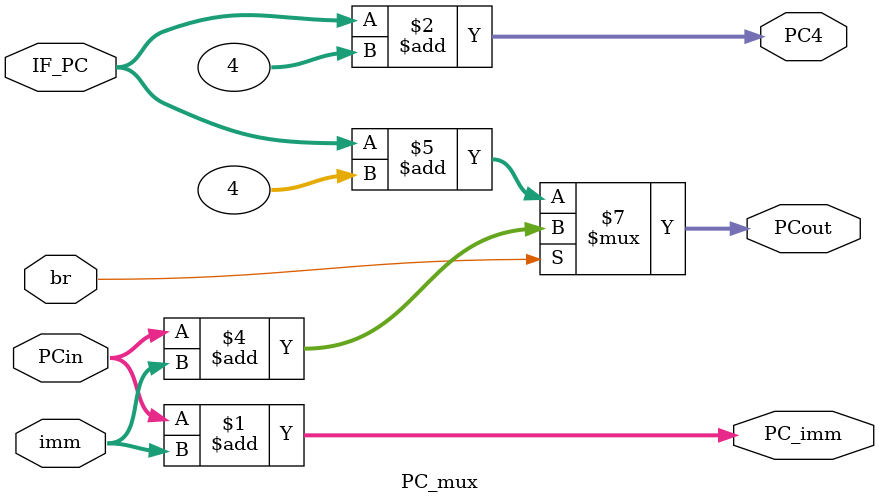
<source format=v>
`timescale 1ns / 1ps


module PC_mux(
    input [31:0] PCin,
    input [31:0] imm,
    input [31:0] IF_PC,
    input br,
    output [31:0] PC_imm,
    output [31:0] PC4,
    output reg [31:0] PCout
);

assign PC_imm = PCin + imm;
assign PC4 = IF_PC + 4;

always@(*) begin
    if(br) PCout = PCin + imm;//发生分支后计算的新PC
    else PCout = IF_PC + 4; //正常向下读
end
endmodule

</source>
